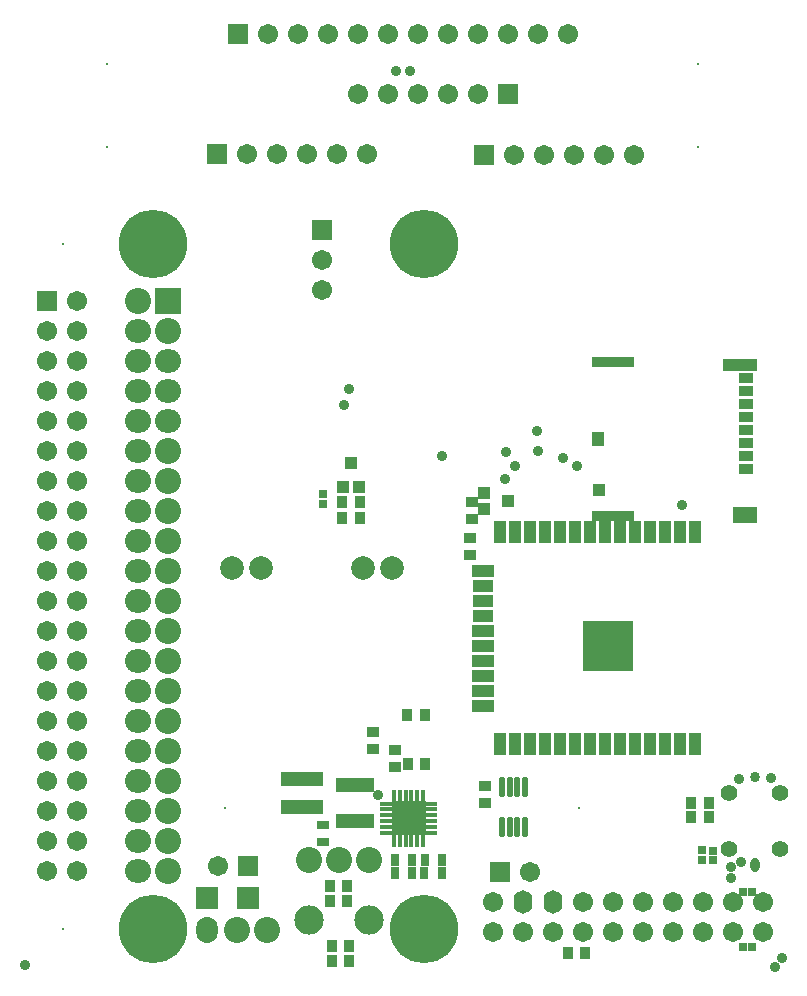
<source format=gbs>
G04*
G04 #@! TF.GenerationSoftware,Altium Limited,Altium Designer,19.0.10 (269)*
G04*
G04 Layer_Color=16711935*
%FSLAX25Y25*%
%MOIN*%
G70*
G01*
G75*
%ADD100R,0.03753X0.03950*%
%ADD101R,0.03950X0.03753*%
%ADD118R,0.03950X0.01784*%
%ADD119R,0.01784X0.03950*%
%ADD120R,0.11430X0.11430*%
%ADD121R,0.14200X0.04600*%
%ADD140O,0.01981X0.07099*%
%ADD141C,0.07887*%
%ADD142R,0.06706X0.06706*%
%ADD143C,0.06706*%
%ADD144C,0.22800*%
%ADD145O,0.08674X0.07887*%
%ADD146C,0.08674*%
%ADD147R,0.08674X0.08674*%
%ADD148R,0.06706X0.06706*%
%ADD149C,0.00800*%
%ADD150C,0.05524*%
%ADD151C,0.03398*%
%ADD152O,0.03084X0.04737*%
%ADD153C,0.09800*%
%ADD154O,0.07300X0.08674*%
%ADD155O,0.06300X0.07800*%
%ADD156C,0.03556*%
%ADD246R,0.03005X0.02847*%
%ADD247R,0.02572X0.02572*%
%ADD248R,0.02572X0.02572*%
%ADD249R,0.08005X0.05288*%
%ADD250R,0.05131X0.03556*%
%ADD251R,0.13910X0.03556*%
%ADD252R,0.11824X0.04186*%
%ADD253R,0.04461X0.04343*%
%ADD254R,0.03871X0.04934*%
%ADD255R,0.02800X0.03950*%
%ADD256R,0.12800X0.04800*%
%ADD257R,0.07200X0.07800*%
%ADD258R,0.03950X0.02600*%
%ADD259R,0.03950X0.02800*%
%ADD260R,0.04343X0.03950*%
%ADD261R,0.03950X0.04343*%
%ADD262R,0.04343X0.07493*%
%ADD263R,0.07493X0.04343*%
%ADD264R,0.06706X0.04343*%
%ADD265R,0.16548X0.16548*%
D100*
X207138Y47205D02*
D03*
X212846D02*
D03*
X253988Y97190D02*
D03*
X248280D02*
D03*
X253988Y92500D02*
D03*
X248280D02*
D03*
X159472Y110200D02*
D03*
X153764D02*
D03*
X133354Y69521D02*
D03*
X127646D02*
D03*
X133354Y64519D02*
D03*
X127646D02*
D03*
X134303Y44340D02*
D03*
X128595D02*
D03*
Y49374D02*
D03*
X134303D02*
D03*
X159315Y126546D02*
D03*
X153606D02*
D03*
X137650Y192287D02*
D03*
X131941D02*
D03*
X137650Y197351D02*
D03*
X131941D02*
D03*
D101*
X179480Y97119D02*
D03*
Y102828D02*
D03*
X142197Y115146D02*
D03*
Y120854D02*
D03*
X149634Y109118D02*
D03*
Y114827D02*
D03*
X174632Y185563D02*
D03*
Y179854D02*
D03*
X175135Y197504D02*
D03*
Y191795D02*
D03*
D118*
X161567Y96976D02*
D03*
Y95007D02*
D03*
Y93039D02*
D03*
Y91070D02*
D03*
Y89102D02*
D03*
Y87133D02*
D03*
X146409D02*
D03*
Y89102D02*
D03*
Y91070D02*
D03*
Y93039D02*
D03*
Y95007D02*
D03*
Y96976D02*
D03*
D119*
X158909Y84476D02*
D03*
X156941D02*
D03*
X154972D02*
D03*
X153004D02*
D03*
X151035D02*
D03*
X149067D02*
D03*
Y99633D02*
D03*
X151035D02*
D03*
X153004D02*
D03*
X154972D02*
D03*
X156941D02*
D03*
X158909D02*
D03*
D120*
X153988Y92054D02*
D03*
D121*
X118500Y95905D02*
D03*
Y105205D02*
D03*
D140*
X185189Y102510D02*
D03*
X187748D02*
D03*
X190307D02*
D03*
X192866D02*
D03*
X185189Y89124D02*
D03*
X187748D02*
D03*
X190307D02*
D03*
X192866D02*
D03*
D141*
X95091Y175358D02*
D03*
X104933D02*
D03*
X138744D02*
D03*
X148587D02*
D03*
D142*
X187039Y333583D02*
D03*
X90000Y313500D02*
D03*
X184484Y74000D02*
D03*
X100478Y76146D02*
D03*
X179165Y313154D02*
D03*
X97000Y353500D02*
D03*
D143*
X177039Y333583D02*
D03*
X157039D02*
D03*
X147039D02*
D03*
X137039D02*
D03*
X167039D02*
D03*
X140000Y313500D02*
D03*
X130000D02*
D03*
X120000D02*
D03*
X110000D02*
D03*
X100000D02*
D03*
X43500Y74500D02*
D03*
X33500D02*
D03*
Y254500D02*
D03*
Y234500D02*
D03*
Y84500D02*
D03*
Y224500D02*
D03*
Y214500D02*
D03*
Y204500D02*
D03*
Y194500D02*
D03*
Y184500D02*
D03*
Y244500D02*
D03*
Y174500D02*
D03*
Y164500D02*
D03*
Y154500D02*
D03*
Y144500D02*
D03*
X33500Y134500D02*
D03*
X33500Y124500D02*
D03*
Y114500D02*
D03*
Y104500D02*
D03*
Y94500D02*
D03*
X43500D02*
D03*
Y104500D02*
D03*
Y114500D02*
D03*
Y124500D02*
D03*
X43500Y134500D02*
D03*
X43500Y144500D02*
D03*
Y154500D02*
D03*
Y164500D02*
D03*
Y174500D02*
D03*
Y244500D02*
D03*
Y184500D02*
D03*
Y194500D02*
D03*
Y204500D02*
D03*
Y214500D02*
D03*
Y224500D02*
D03*
Y84500D02*
D03*
Y234500D02*
D03*
Y254500D02*
D03*
Y264500D02*
D03*
X125000Y278000D02*
D03*
Y268000D02*
D03*
X194484Y74000D02*
D03*
X262050Y54000D02*
D03*
Y64000D02*
D03*
X272050Y54000D02*
D03*
Y64000D02*
D03*
X242050Y54000D02*
D03*
Y64000D02*
D03*
X252050Y54000D02*
D03*
Y64000D02*
D03*
X222050Y54000D02*
D03*
Y64000D02*
D03*
X232050Y54000D02*
D03*
Y64000D02*
D03*
X202050Y54000D02*
D03*
X212050D02*
D03*
Y64000D02*
D03*
X192050Y54000D02*
D03*
X182050Y64000D02*
D03*
Y54000D02*
D03*
X90478Y76146D02*
D03*
X229165Y313154D02*
D03*
X219165D02*
D03*
X209165D02*
D03*
X199165D02*
D03*
X189165D02*
D03*
X207000Y353500D02*
D03*
X197000D02*
D03*
X107000D02*
D03*
X127000D02*
D03*
X137000D02*
D03*
X147000D02*
D03*
X157000D02*
D03*
X167000D02*
D03*
X177000D02*
D03*
X187000D02*
D03*
X117000D02*
D03*
D144*
X68713Y55262D02*
D03*
X159264Y55262D02*
D03*
Y283608D02*
D03*
X68713D02*
D03*
D145*
X63850Y74435D02*
D03*
Y84435D02*
D03*
Y94435D02*
D03*
Y104435D02*
D03*
Y114435D02*
D03*
Y124435D02*
D03*
Y134435D02*
D03*
Y144435D02*
D03*
Y154435D02*
D03*
Y164435D02*
D03*
Y174435D02*
D03*
Y184435D02*
D03*
Y194435D02*
D03*
Y204435D02*
D03*
Y214435D02*
D03*
Y224435D02*
D03*
Y234435D02*
D03*
Y244435D02*
D03*
Y254435D02*
D03*
X73850Y224435D02*
D03*
Y234435D02*
D03*
Y244435D02*
D03*
D146*
X63850Y264435D02*
D03*
X73850Y74435D02*
D03*
Y84435D02*
D03*
Y94435D02*
D03*
Y104435D02*
D03*
Y114435D02*
D03*
Y124435D02*
D03*
Y134435D02*
D03*
Y144435D02*
D03*
Y154435D02*
D03*
Y164435D02*
D03*
Y174435D02*
D03*
Y184435D02*
D03*
Y194435D02*
D03*
Y204435D02*
D03*
Y214435D02*
D03*
Y254435D02*
D03*
X140661Y78035D02*
D03*
X130661D02*
D03*
X120661D02*
D03*
X106803Y54886D02*
D03*
X96803D02*
D03*
D147*
X73850Y264435D02*
D03*
D148*
X33500Y264500D02*
D03*
X125000Y288000D02*
D03*
D149*
X38811Y55262D02*
D03*
Y283609D02*
D03*
X250430Y343410D02*
D03*
X210976Y95380D02*
D03*
X53570Y343410D02*
D03*
X92866Y95380D02*
D03*
X53570Y315851D02*
D03*
X250430D02*
D03*
D150*
X260898Y81684D02*
D03*
Y100582D02*
D03*
X277827Y81684D02*
D03*
Y100582D02*
D03*
D151*
X269362Y105896D02*
D03*
D152*
Y76369D02*
D03*
D153*
X140661Y58035D02*
D03*
X120661D02*
D03*
D154*
X86803Y54886D02*
D03*
D155*
X202050Y64000D02*
D03*
X192050D02*
D03*
D156*
X196947Y221142D02*
D03*
X189500Y209336D02*
D03*
X185982Y205000D02*
D03*
X186568Y214236D02*
D03*
X197197Y214500D02*
D03*
X143944Y99741D02*
D03*
X26000Y43000D02*
D03*
X278500Y45500D02*
D03*
X276030Y42500D02*
D03*
X261500Y72053D02*
D03*
X261462Y75732D02*
D03*
X264872Y77435D02*
D03*
X274715Y105339D02*
D03*
X264000Y105127D02*
D03*
X245105Y196353D02*
D03*
X165110Y212980D02*
D03*
X134303Y235000D02*
D03*
X132500Y229739D02*
D03*
X210000Y209336D02*
D03*
X205500Y212169D02*
D03*
X154500Y341305D02*
D03*
X149845D02*
D03*
D246*
X255519Y78214D02*
D03*
Y81284D02*
D03*
D247*
X251868Y81462D02*
D03*
Y78313D02*
D03*
X125401Y196971D02*
D03*
Y200121D02*
D03*
D248*
X265400Y49000D02*
D03*
X268549D02*
D03*
X268583Y67594D02*
D03*
X265433D02*
D03*
D249*
X266141Y193165D02*
D03*
D250*
X266488Y208542D02*
D03*
Y212873D02*
D03*
Y221535D02*
D03*
Y217204D02*
D03*
Y230196D02*
D03*
Y225865D02*
D03*
Y238857D02*
D03*
Y234527D02*
D03*
D251*
X222197Y192893D02*
D03*
X222197Y244074D02*
D03*
D252*
X264421Y242991D02*
D03*
D253*
X217472Y201357D02*
D03*
D254*
X217177Y218483D02*
D03*
D255*
X159349Y78114D02*
D03*
X165057D02*
D03*
X165012Y73655D02*
D03*
X159303D02*
D03*
X155041Y78173D02*
D03*
X149332D02*
D03*
X149431Y73783D02*
D03*
X155140D02*
D03*
D256*
X136173Y103026D02*
D03*
Y91026D02*
D03*
D257*
X86954Y65481D02*
D03*
X100354D02*
D03*
D258*
X125543Y89774D02*
D03*
D259*
Y84066D02*
D03*
D260*
X179232Y200358D02*
D03*
X187106Y197799D02*
D03*
X179232Y195240D02*
D03*
D261*
X137354Y202563D02*
D03*
X134795Y210437D02*
D03*
X132236Y202563D02*
D03*
D262*
X249559Y187563D02*
D03*
X244559D02*
D03*
X239559D02*
D03*
X234559D02*
D03*
X229559D02*
D03*
X224559D02*
D03*
X219559D02*
D03*
X214559D02*
D03*
X209559D02*
D03*
X204559D02*
D03*
X199559D02*
D03*
X194559D02*
D03*
X189559D02*
D03*
X184559D02*
D03*
Y116697D02*
D03*
X189559D02*
D03*
X194559D02*
D03*
X199559D02*
D03*
X204559D02*
D03*
X209559D02*
D03*
X214559D02*
D03*
X219559D02*
D03*
X224559D02*
D03*
X229559D02*
D03*
X234559D02*
D03*
X239559D02*
D03*
X244559D02*
D03*
X249559D02*
D03*
D263*
X178654Y174630D02*
D03*
Y154630D02*
D03*
Y149630D02*
D03*
Y144630D02*
D03*
Y139630D02*
D03*
Y134630D02*
D03*
Y129630D02*
D03*
D264*
Y169630D02*
D03*
Y164630D02*
D03*
Y159630D02*
D03*
D265*
X220386Y149374D02*
D03*
M02*

</source>
